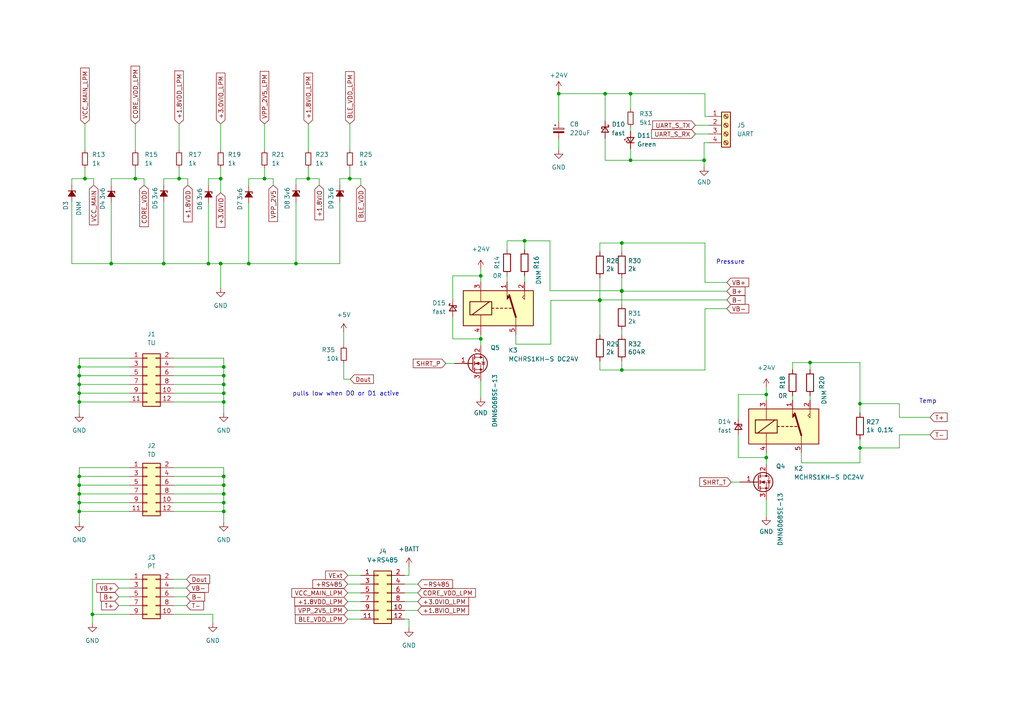
<source format=kicad_sch>
(kicad_sch (version 20231120) (generator "eeschema") (generator_version "8.0")
  (paper "A4")
  (lib_symbols
    (symbol "+24V_1" (power) (pin_numbers hide) (pin_names (offset 0) hide)
      (property "Value" "+24V" (at 0 3.556 0))
      (symbol "+24V_1_0_1"
        (polyline (pts (xy -0.762 1.27) (xy 0 2.54)))
        (polyline (pts (xy 0 0) (xy 0 2.54)))
        (polyline (pts (xy 0 2.54) (xy 0.762 1.27)))
      )
      (symbol "+24V_1_1_1"
        (pin power_in line (at 0 0 90) (length 0) (name "~") (number "1"))
      )
    )
    (symbol "Connector:Screw_Terminal_01x04" (pin_names (offset 1.016) hide)
      (property "Reference" "J" (at 0 5.08 0))
      (property "Value" "Screw_Terminal_01x04" (at 0 -7.62 0))
      (symbol "Screw_Terminal_01x04_1_1"
        (rectangle (start -1.27 3.81) (end 1.27 -6.35) (stroke (width 0.254)) (fill (type background)))
        (circle (center 0 -5.08) (radius 0.635) (stroke (width 0.1524)))
        (circle (center 0 -2.54) (radius 0.635) (stroke (width 0.1524)))
        (polyline (pts (xy -0.5334 -4.7498) (xy 0.3302 -5.588)) (stroke (width 0.1524)))
        (polyline (pts (xy -0.5334 -2.2098) (xy 0.3302 -3.048)) (stroke (width 0.1524)))
        (polyline (pts (xy -0.5334 0.3302) (xy 0.3302 -0.508)) (stroke (width 0.1524)))
        (polyline (pts (xy -0.5334 2.8702) (xy 0.3302 2.032)) (stroke (width 0.1524)))
        (polyline (pts (xy -0.3556 -4.572) (xy 0.508 -5.4102)) (stroke (width 0.1524)))
        (polyline (pts (xy -0.3556 -2.032) (xy 0.508 -2.8702)) (stroke (width 0.1524)))
        (polyline (pts (xy -0.3556 0.508) (xy 0.508 -0.3302)) (stroke (width 0.1524)))
        (polyline (pts (xy -0.3556 3.048) (xy 0.508 2.2098)) (stroke (width 0.1524)))
        (circle (center 0 0) (radius 0.635) (stroke (width 0.1524)))
        (circle (center 0 2.54) (radius 0.635) (stroke (width 0.1524)))
        (pin passive line (at -5.08 2.54 0) (length 3.81) (name "Pin_1") (number "1"))
        (pin passive line (at -5.08 0 0) (length 3.81) (name "Pin_2") (number "2"))
        (pin passive line (at -5.08 -2.54 0) (length 3.81) (name "Pin_3") (number "3"))
        (pin passive line (at -5.08 -5.08 0) (length 3.81) (name "Pin_4") (number "4"))
      )
    )
    (symbol "Connector_Generic:Conn_02x05_Odd_Even" (pin_names (offset 1.016) hide)
      (property "Reference" "J" (at 1.27 7.62 0))
      (property "Value" "Conn_02x05_Odd_Even" (at 1.27 -7.62 0))
      (symbol "Conn_02x05_Odd_Even_1_1"
        (rectangle (start -1.27 -4.953) (end 0 -5.207) (stroke (width 0.1524)))
        (rectangle (start -1.27 -2.413) (end 0 -2.667) (stroke (width 0.1524)))
        (rectangle (start -1.27 0.127) (end 0 -0.127) (stroke (width 0.1524)))
        (rectangle (start -1.27 2.667) (end 0 2.413) (stroke (width 0.1524)))
        (rectangle (start -1.27 5.207) (end 0 4.953) (stroke (width 0.1524)))
        (rectangle (start -1.27 6.35) (end 3.81 -6.35) (stroke (width 0.254)) (fill (type background)))
        (rectangle (start 3.81 -4.953) (end 2.54 -5.207) (stroke (width 0.1524)))
        (rectangle (start 3.81 -2.413) (end 2.54 -2.667) (stroke (width 0.1524)))
        (rectangle (start 3.81 0.127) (end 2.54 -0.127) (stroke (width 0.1524)))
        (rectangle (start 3.81 2.667) (end 2.54 2.413) (stroke (width 0.1524)))
        (rectangle (start 3.81 5.207) (end 2.54 4.953) (stroke (width 0.1524)))
        (pin passive line (at -5.08 5.08 0) (length 3.81) (name "Pin_1") (number "1"))
        (pin passive line (at 7.62 -5.08 180) (length 3.81) (name "Pin_10") (number "10"))
        (pin passive line (at 7.62 5.08 180) (length 3.81) (name "Pin_2") (number "2"))
        (pin passive line (at -5.08 2.54 0) (length 3.81) (name "Pin_3") (number "3"))
        (pin passive line (at 7.62 2.54 180) (length 3.81) (name "Pin_4") (number "4"))
        (pin passive line (at -5.08 0 0) (length 3.81) (name "Pin_5") (number "5"))
        (pin passive line (at 7.62 0 180) (length 3.81) (name "Pin_6") (number "6"))
        (pin passive line (at -5.08 -2.54 0) (length 3.81) (name "Pin_7") (number "7"))
        (pin passive line (at 7.62 -2.54 180) (length 3.81) (name "Pin_8") (number "8"))
        (pin passive line (at -5.08 -5.08 0) (length 3.81) (name "Pin_9") (number "9"))
      )
    )
    (symbol "Connector_Generic:Conn_02x06_Odd_Even" (pin_names (offset 1.016) hide)
      (property "Reference" "J" (at 1.27 7.62 0))
      (property "Value" "Conn_02x06_Odd_Even" (at 1.27 -10.16 0))
      (symbol "Conn_02x06_Odd_Even_1_1"
        (rectangle (start -1.27 -7.493) (end 0 -7.747) (stroke (width 0.1524)))
        (rectangle (start -1.27 -4.953) (end 0 -5.207) (stroke (width 0.1524)))
        (rectangle (start -1.27 -2.413) (end 0 -2.667) (stroke (width 0.1524)))
        (rectangle (start -1.27 0.127) (end 0 -0.127) (stroke (width 0.1524)))
        (rectangle (start -1.27 2.667) (end 0 2.413) (stroke (width 0.1524)))
        (rectangle (start -1.27 5.207) (end 0 4.953) (stroke (width 0.1524)))
        (rectangle (start -1.27 6.35) (end 3.81 -8.89) (stroke (width 0.254)) (fill (type background)))
        (rectangle (start 3.81 -7.493) (end 2.54 -7.747) (stroke (width 0.1524)))
        (rectangle (start 3.81 -4.953) (end 2.54 -5.207) (stroke (width 0.1524)))
        (rectangle (start 3.81 -2.413) (end 2.54 -2.667) (stroke (width 0.1524)))
        (rectangle (start 3.81 0.127) (end 2.54 -0.127) (stroke (width 0.1524)))
        (rectangle (start 3.81 2.667) (end 2.54 2.413) (stroke (width 0.1524)))
        (rectangle (start 3.81 5.207) (end 2.54 4.953) (stroke (width 0.1524)))
        (pin passive line (at -5.08 5.08 0) (length 3.81) (name "Pin_1") (number "1"))
        (pin passive line (at 7.62 -5.08 180) (length 3.81) (name "Pin_10") (number "10"))
        (pin passive line (at -5.08 -7.62 0) (length 3.81) (name "Pin_11") (number "11"))
        (pin passive line (at 7.62 -7.62 180) (length 3.81) (name "Pin_12") (number "12"))
        (pin passive line (at 7.62 5.08 180) (length 3.81) (name "Pin_2") (number "2"))
        (pin passive line (at -5.08 2.54 0) (length 3.81) (name "Pin_3") (number "3"))
        (pin passive line (at 7.62 2.54 180) (length 3.81) (name "Pin_4") (number "4"))
        (pin passive line (at -5.08 0 0) (length 3.81) (name "Pin_5") (number "5"))
        (pin passive line (at 7.62 0 180) (length 3.81) (name "Pin_6") (number "6"))
        (pin passive line (at -5.08 -2.54 0) (length 3.81) (name "Pin_7") (number "7"))
        (pin passive line (at 7.62 -2.54 180) (length 3.81) (name "Pin_8") (number "8"))
        (pin passive line (at -5.08 -5.08 0) (length 3.81) (name "Pin_9") (number "9"))
      )
    )
    (symbol "D_Zener_Small_Filled_1" (pin_numbers hide) (pin_names (offset 0.254) hide)
      (property "Reference" "D3" (at 2.159 -1.778 0))
      (property "Value" "DNM" (at 2.159 2.032 0))
      (symbol "D_Zener_Small_Filled_1_0_1"
        (polyline (pts (xy 0.762 0) (xy -0.762 0)))
        (polyline (pts (xy -0.254 1.016) (xy -0.762 1.016) (xy -0.762 -1.016)) (stroke (width 0.254)))
        (polyline (pts (xy 0.762 1.016) (xy -0.762 0) (xy 0.762 -1.016) (xy 0.762 1.016)) (stroke (width 0.254)) (fill (type outline)))
      )
      (symbol "D_Zener_Small_Filled_1_1_1"
        (pin passive line (at 2.54 0 180) (length 1.778) (name "A") (number "1"))
        (pin passive line (at -2.54 0 0) (length 1.778) (name "K") (number "3"))
      )
    )
    (symbol "Device:C_Polarized_Small" (pin_numbers hide) (pin_names (offset 0.254) hide)
      (property "Reference" "C" (at 0.254 1.778 0))
      (property "Value" "C_Polarized_Small" (at 0.254 -2.032 0))
      (symbol "C_Polarized_Small_0_1"
        (rectangle (start -1.524 -0.3048) (end 1.524 -0.6858) (fill (type outline)))
        (rectangle (start -1.524 0.6858) (end 1.524 0.3048))
        (polyline (pts (xy -1.27 1.524) (xy -0.762 1.524)))
        (polyline (pts (xy -1.016 1.27) (xy -1.016 1.778)))
      )
      (symbol "C_Polarized_Small_1_1"
        (pin passive line (at 0 2.54 270) (length 1.8542) (name "~") (number "1"))
        (pin passive line (at 0 -2.54 90) (length 1.8542) (name "~") (number "2"))
      )
    )
    (symbol "Device:D_Schottky_Small" (pin_numbers hide) (pin_names (offset 0.254) hide)
      (property "Reference" "D" (at -1.27 2.032 0))
      (property "Value" "D_Schottky_Small" (at -7.112 -2.032 0))
      (symbol "D_Schottky_Small_0_1"
        (polyline (pts (xy -0.762 0) (xy 0.762 0)))
        (polyline (pts (xy 0.762 -1.016) (xy -0.762 0) (xy 0.762 1.016) (xy 0.762 -1.016)) (stroke (width 0.254)))
        (polyline (pts (xy -1.27 0.762) (xy -1.27 1.016) (xy -0.762 1.016) (xy -0.762 -1.016) (xy -0.254 -1.016) (xy -0.254 -0.762)) (stroke (width 0.254)))
      )
      (symbol "D_Schottky_Small_1_1"
        (pin passive line (at -2.54 0 0) (length 1.778) (name "K") (number "1"))
        (pin passive line (at 2.54 0 180) (length 1.778) (name "A") (number "2"))
      )
    )
    (symbol "Device:LED_Small" (pin_numbers hide) (pin_names (offset 0.254) hide)
      (property "Reference" "D" (at -1.27 3.175 0))
      (property "Value" "LED_Small" (at -4.445 -2.54 0))
      (symbol "LED_Small_0_1"
        (polyline (pts (xy -0.762 -1.016) (xy -0.762 1.016)) (stroke (width 0.254)))
        (polyline (pts (xy 1.016 0) (xy -0.762 0)))
        (polyline (pts (xy 0.762 -1.016) (xy -0.762 0) (xy 0.762 1.016) (xy 0.762 -1.016)) (stroke (width 0.254)))
        (polyline (pts (xy 0 0.762) (xy -0.508 1.27) (xy -0.254 1.27) (xy -0.508 1.27) (xy -0.508 1.016)))
        (polyline (pts (xy 0.508 1.27) (xy 0 1.778) (xy 0.254 1.778) (xy 0 1.778) (xy 0 1.524)))
      )
      (symbol "LED_Small_1_1"
        (pin passive line (at -2.54 0 0) (length 1.778) (name "K") (number "1"))
        (pin passive line (at 2.54 0 180) (length 1.778) (name "A") (number "2"))
      )
    )
    (symbol "Device:R" (pin_numbers hide) (pin_names (offset 0))
      (property "Reference" "R" (at 2.032 0 90))
      (property "Value" "R" (at 0 0 90))
      (symbol "R_0_1"
        (rectangle (start -1.016 -2.54) (end 1.016 2.54) (stroke (width 0.254)))
      )
      (symbol "R_1_1"
        (pin passive line (at 0 3.81 270) (length 1.27) (name "~") (number "1"))
        (pin passive line (at 0 -3.81 90) (length 1.27) (name "~") (number "2"))
      )
    )
    (symbol "Device:R_Small" (pin_numbers hide) (pin_names (offset 0.254) hide)
      (property "Reference" "R" (at 0.762 0.508 0))
      (property "Value" "R_Small" (at 0.762 -1.016 0))
      (symbol "R_Small_0_1"
        (rectangle (start -0.762 1.778) (end 0.762 -1.778) (stroke (width 0.2032)))
      )
      (symbol "R_Small_1_1"
        (pin passive line (at 0 2.54 270) (length 0.762) (name "~") (number "1"))
        (pin passive line (at 0 -2.54 90) (length 0.762) (name "~") (number "2"))
      )
    )
    (symbol "Relay_SPDT_1"
      (property "Reference" "K3" (at 2.921 -12.192 0))
      (property "Value" "MCHRS1KH-S DC24V" (at 2.921 -14.732 0))
      (symbol "Relay_SPDT_1_0_0"
        (polyline (pts (xy 7.62 5.08) (xy 7.62 2.54) (xy 6.985 3.175) (xy 7.62 3.81)))
      )
      (symbol "Relay_SPDT_1_0_1"
        (rectangle (start -10.16 5.08) (end 10.16 -5.08) (stroke (width 0.254)) (fill (type background)))
        (rectangle (start -8.255 1.905) (end -1.905 -1.905) (stroke (width 0.254)))
        (polyline (pts (xy -7.62 -1.905) (xy -2.54 1.905)) (stroke (width 0.254)))
        (polyline (pts (xy -5.08 -5.08) (xy -5.08 -1.905)))
        (polyline (pts (xy -5.08 5.08) (xy -5.08 1.905)))
        (polyline (pts (xy -1.905 0) (xy -1.27 0)) (stroke (width 0.254)))
        (polyline (pts (xy -0.635 0) (xy 0 0)) (stroke (width 0.254)))
        (polyline (pts (xy 0.635 0) (xy 1.27 0)) (stroke (width 0.254)))
        (polyline (pts (xy 1.905 0) (xy 2.54 0)) (stroke (width 0.254)))
        (polyline (pts (xy 3.175 0) (xy 3.81 0)) (stroke (width 0.254)))
        (polyline (pts (xy 5.08 -2.54) (xy 3.175 3.81)) (stroke (width 0.508)))
        (polyline (pts (xy 5.08 -2.54) (xy 5.08 -5.08)))
        (polyline (pts (xy 2.54 5.08) (xy 2.54 2.54) (xy 3.175 3.175) (xy 2.54 3.81)) (fill (type outline)))
      )
      (symbol "Relay_SPDT_1_1_1"
        (pin passive line (at 2.54 7.62 270) (length 2.54) (name "~") (number "1"))
        (pin passive line (at 7.62 7.62 270) (length 2.54) (name "~") (number "2"))
        (pin passive line (at -5.08 7.62 270) (length 2.54) (name "") (number "3"))
        (pin passive line (at -5.08 -7.62 90) (length 2.54) (name "~") (number "4"))
        (pin passive line (at 5.08 -7.62 90) (length 2.54) (name "~") (number "5"))
      )
    )
    (symbol "Transistor_FET:BSP129" (pin_names hide)
      (property "Reference" "Q" (at 5.08 1.905 0))
      (property "Value" "BSP129" (at 5.08 0 0))
      (symbol "BSP129_0_1"
        (polyline (pts (xy 0.254 0) (xy -2.54 0)))
        (polyline (pts (xy 0.254 1.905) (xy 0.254 -1.905)) (stroke (width 0.254)))
        (polyline (pts (xy 0.762 -1.27) (xy 0.762 -2.286)) (stroke (width 0.254)))
        (polyline (pts (xy 0.762 0.508) (xy 0.762 -0.508)) (stroke (width 0.254)))
        (polyline (pts (xy 0.762 2.286) (xy 0.762 1.27)) (stroke (width 0.254)))
        (polyline (pts (xy 2.54 2.54) (xy 2.54 1.778)))
        (polyline (pts (xy 2.54 -2.54) (xy 2.54 0) (xy 0.762 0)))
        (polyline (pts (xy 0.762 -1.778) (xy 3.302 -1.778) (xy 3.302 1.778) (xy 0.762 1.778)))
        (polyline (pts (xy 1.016 0) (xy 2.032 0.381) (xy 2.032 -0.381) (xy 1.016 0)) (fill (type outline)))
        (polyline (pts (xy 2.794 0.508) (xy 2.921 0.381) (xy 3.683 0.381) (xy 3.81 0.254)))
        (polyline (pts (xy 3.302 0.381) (xy 2.921 -0.254) (xy 3.683 -0.254) (xy 3.302 0.381)))
        (circle (center 1.651 0) (radius 2.794) (stroke (width 0.254)))
        (circle (center 2.54 -1.778) (radius 0.254) (fill (type outline)))
        (circle (center 2.54 1.778) (radius 0.254) (fill (type outline)))
      )
      (symbol "BSP129_1_1"
        (pin input line (at -5.08 0 0) (length 5.08) (name "G") (number "1"))
        (pin passive line (at 2.54 5.08 270) (length 2.54) (name "D") (number "2"))
        (pin passive line (at 2.54 -5.08 90) (length 2.54) (name "S") (number "3"))
      )
    )
    (symbol "power:+24V" (power) (pin_names (offset 0))
      (property "Value" "+24V" (at 0 3.556 0))
      (symbol "+24V_0_1"
        (polyline (pts (xy -0.762 1.27) (xy 0 2.54)))
        (polyline (pts (xy 0 0) (xy 0 2.54)))
        (polyline (pts (xy 0 2.54) (xy 0.762 1.27)))
      )
      (symbol "+24V_1_1"
        (pin power_in line (at 0 0 90) (length 0) hide (name "+24V") (number "1"))
      )
    )
    (symbol "power:+5V" (power) (pin_numbers hide) (pin_names (offset 0) hide)
      (property "Value" "+5V" (at 0 3.556 0))
      (symbol "+5V_0_1"
        (polyline (pts (xy -0.762 1.27) (xy 0 2.54)))
        (polyline (pts (xy 0 0) (xy 0 2.54)))
        (polyline (pts (xy 0 2.54) (xy 0.762 1.27)))
      )
      (symbol "+5V_1_1"
        (pin power_in line (at 0 0 90) (length 0) (name "~") (number "1"))
      )
    )
    (symbol "power:+BATT" (power) (pin_names (offset 0))
      (property "Value" "+BATT" (at 0 3.556 0))
      (symbol "+BATT_0_1"
        (polyline (pts (xy -0.762 1.27) (xy 0 2.54)))
        (polyline (pts (xy 0 0) (xy 0 2.54)))
        (polyline (pts (xy 0 2.54) (xy 0.762 1.27)))
      )
      (symbol "+BATT_1_1"
        (pin power_in line (at 0 0 90) (length 0) hide (name "+BATT") (number "1"))
      )
    )
    (symbol "power:GND" (power) (pin_names (offset 0))
      (property "Value" "GND" (at 0 -3.81 0))
      (symbol "GND_0_1"
        (polyline (pts (xy 0 0) (xy 0 -1.27) (xy 1.27 -1.27) (xy 0 -2.54) (xy -1.27 -1.27) (xy 0 -1.27)))
      )
      (symbol "GND_1_1"
        (pin power_in line (at 0 0 270) (length 0) hide (name "GND") (number "1"))
      )
    )
  )
  (junction (at 234.95 105.156))
  (junction (at 182.88 27.178))
  (junction (at 175.514 27.178))
  (junction (at 64.897 114.046))
  (junction (at 64.897 138.176))
  (junction (at 64.897 111.506))
  (junction (at 64.008 51.816))
  (junction (at 180.34 70.485))
  (junction (at 101.473 51.816))
  (junction (at 162.052 27.178))
  (junction (at 22.987 140.716))
  (junction (at 47.498 76.454))
  (junction (at 64.897 108.966))
  (junction (at 180.34 84.455))
  (junction (at 222.25 132.715))
  (junction (at 180.34 84.328))
  (junction (at 39.243 51.816))
  (junction (at 204.216 46.482))
  (junction (at 60.452 76.454))
  (junction (at 22.987 111.506))
  (junction (at 22.987 138.176))
  (junction (at 72.136 76.454))
  (junction (at 249.428 117.094))
  (junction (at 22.987 108.966))
  (junction (at 249.428 129.921))
  (junction (at 222.25 114.427))
  (junction (at 173.99 86.995))
  (junction (at 22.987 106.426))
  (junction (at 64.897 106.426))
  (junction (at 152.146 69.85))
  (junction (at 64.897 145.796))
  (junction (at 76.708 51.816))
  (junction (at 180.34 107.315))
  (junction (at 64.897 140.716))
  (junction (at 22.987 116.586))
  (junction (at 24.638 51.816))
  (junction (at 89.408 51.816))
  (junction (at 22.987 145.796))
  (junction (at 22.987 148.336))
  (junction (at 139.446 98.298))
  (junction (at 64.897 148.336))
  (junction (at 22.987 143.256))
  (junction (at 139.446 80.01))
  (junction (at 22.987 114.046))
  (junction (at 85.852 76.454))
  (junction (at 64.897 143.256))
  (junction (at 51.943 51.816))
  (junction (at 182.88 46.482))
  (junction (at 173.99 87.122))
  (junction (at 26.797 178.181))
  (junction (at 64.897 116.586))
  (junction (at 32.258 76.454))
  (junction (at 64.008 76.454))
  (wire (pts (xy 22.987 114.046) (xy 22.987 116.586)))
  (wire (pts (xy 139.446 77.978) (xy 139.446 80.01)))
  (wire (pts (xy 47.498 51.816) (xy 51.943 51.816)))
  (wire (pts (xy 260.858 117.094) (xy 249.428 117.094)))
  (wire (pts (xy 60.452 51.816) (xy 64.008 51.816)))
  (wire (pts (xy 175.514 40.132) (xy 175.514 46.482)))
  (wire (pts (xy 222.25 144.907) (xy 222.25 149.733)))
  (wire (pts (xy 24.638 48.641) (xy 24.638 51.816)))
  (wire (pts (xy 182.88 46.482) (xy 204.216 46.482)))
  (wire (pts (xy 101.473 48.641) (xy 101.473 51.816)))
  (wire (pts (xy 139.446 100.33) (xy 139.446 98.298)))
  (wire (pts (xy 61.722 178.181) (xy 50.292 178.181)))
  (wire (pts (xy 180.34 95.885) (xy 180.34 97.155)))
  (wire (pts (xy 39.243 48.641) (xy 39.243 51.816)))
  (wire (pts (xy 232.41 134.239) (xy 249.428 134.239)))
  (wire (pts (xy 98.552 58.674) (xy 98.552 76.454)))
  (wire (pts (xy 180.34 70.485) (xy 204.47 70.485)))
  (wire (pts (xy 22.987 143.256) (xy 37.592 143.256)))
  (wire (pts (xy 222.25 132.715) (xy 222.25 131.318)))
  (wire (pts (xy 50.292 143.256) (xy 64.897 143.256)))
  (wire (pts (xy 47.498 58.674) (xy 47.498 76.454)))
  (wire (pts (xy 249.428 117.094) (xy 249.428 105.156)))
  (wire (pts (xy 64.897 148.336) (xy 50.292 148.336)))
  (wire (pts (xy 34.417 175.641) (xy 37.592 175.641)))
  (wire (pts (xy 260.858 121.031) (xy 269.748 121.031)))
  (wire (pts (xy 180.34 107.315) (xy 204.47 107.315)))
  (wire (pts (xy 60.452 53.848) (xy 60.452 51.816)))
  (wire (pts (xy 152.146 69.85) (xy 159.512 69.85)))
  (wire (pts (xy 64.897 135.636) (xy 64.897 138.176)))
  (wire (pts (xy 64.008 48.641) (xy 64.008 51.816)))
  (wire (pts (xy 182.88 27.178) (xy 182.88 31.75)))
  (wire (pts (xy 64.897 111.506) (xy 64.897 114.046)))
  (wire (pts (xy 201.676 36.322) (xy 205.486 36.322)))
  (wire (pts (xy 72.136 51.816) (xy 76.708 51.816)))
  (wire (pts (xy 50.292 175.641) (xy 54.102 175.641)))
  (wire (pts (xy 50.292 140.716) (xy 64.897 140.716)))
  (wire (pts (xy 98.552 51.816) (xy 98.552 53.594)))
  (wire (pts (xy 64.008 76.454) (xy 72.136 76.454)))
  (wire (pts (xy 32.258 53.721) (xy 32.258 51.816)))
  (wire (pts (xy 22.987 111.506) (xy 37.592 111.506)))
  (wire (pts (xy 22.987 116.586) (xy 37.592 116.586)))
  (wire (pts (xy 22.987 138.176) (xy 22.987 140.716)))
  (wire (pts (xy 85.852 58.674) (xy 85.852 76.454)))
  (wire (pts (xy 22.987 106.426) (xy 37.592 106.426)))
  (wire (pts (xy 131.826 105.41) (xy 129.286 105.41)))
  (wire (pts (xy 54.483 51.816) (xy 51.943 51.816)))
  (wire (pts (xy 26.797 178.181) (xy 37.592 178.181)))
  (wire (pts (xy 173.99 86.995) (xy 173.99 87.122)))
  (wire (pts (xy 222.25 132.715) (xy 214.122 132.715)))
  (wire (pts (xy 27.178 53.721) (xy 27.178 51.816)))
  (wire (pts (xy 22.987 135.636) (xy 22.987 138.176)))
  (wire (pts (xy 180.34 84.455) (xy 210.82 84.455)))
  (wire (pts (xy 47.498 51.816) (xy 47.498 53.594)))
  (wire (pts (xy 147.066 72.39) (xy 147.066 69.85)))
  (wire (pts (xy 204.47 107.315) (xy 204.47 89.535)))
  (wire (pts (xy 98.552 51.816) (xy 101.473 51.816)))
  (wire (pts (xy 260.858 129.921) (xy 249.428 129.921)))
  (wire (pts (xy 26.797 178.181) (xy 26.797 180.721)))
  (wire (pts (xy 32.258 76.454) (xy 47.498 76.454)))
  (wire (pts (xy 20.828 58.674) (xy 20.828 76.454)))
  (wire (pts (xy 76.708 35.941) (xy 76.708 43.561)))
  (wire (pts (xy 79.248 51.816) (xy 76.708 51.816)))
  (wire (pts (xy 47.498 76.454) (xy 60.452 76.454)))
  (wire (pts (xy 204.216 46.482) (xy 204.216 48.387)))
  (wire (pts (xy 162.052 40.386) (xy 162.052 43.434)))
  (wire (pts (xy 152.146 80.01) (xy 152.146 81.788)))
  (wire (pts (xy 20.828 53.594) (xy 20.828 51.816)))
  (wire (pts (xy 64.897 106.426) (xy 64.897 108.966)))
  (wire (pts (xy 222.25 114.427) (xy 214.122 114.427)))
  (wire (pts (xy 64.008 76.454) (xy 64.008 83.566)))
  (wire (pts (xy 204.47 81.915) (xy 210.82 81.915)))
  (wire (pts (xy 139.446 80.01) (xy 139.446 81.788)))
  (wire (pts (xy 85.852 53.594) (xy 85.852 51.816)))
  (wire (pts (xy 22.987 106.426) (xy 22.987 108.966)))
  (wire (pts (xy 85.852 51.816) (xy 89.408 51.816)))
  (wire (pts (xy 205.486 33.782) (xy 204.47 33.782)))
  (wire (pts (xy 173.99 87.122) (xy 173.99 97.155)))
  (wire (pts (xy 260.858 121.031) (xy 260.858 117.094)))
  (wire (pts (xy 100.838 179.578) (xy 104.648 179.578)))
  (wire (pts (xy 34.417 170.561) (xy 37.592 170.561)))
  (wire (pts (xy 147.066 80.01) (xy 147.066 81.788)))
  (wire (pts (xy 50.292 173.101) (xy 54.102 173.101)))
  (wire (pts (xy 37.592 135.636) (xy 22.987 135.636)))
  (wire (pts (xy 118.618 166.878) (xy 117.348 166.878)))
  (wire (pts (xy 50.292 111.506) (xy 64.897 111.506)))
  (wire (pts (xy 89.408 48.641) (xy 89.408 51.816)))
  (wire (pts (xy 180.34 84.328) (xy 180.34 84.455)))
  (wire (pts (xy 64.897 145.796) (xy 64.897 148.336)))
  (wire (pts (xy 147.066 69.85) (xy 152.146 69.85)))
  (wire (pts (xy 64.897 148.336) (xy 64.897 151.511)))
  (wire (pts (xy 32.258 51.816) (xy 39.243 51.816)))
  (wire (pts (xy 92.583 53.721) (xy 92.583 51.816)))
  (wire (pts (xy 22.987 148.336) (xy 37.592 148.336)))
  (wire (pts (xy 182.88 38.1) (xy 182.88 36.83)))
  (wire (pts (xy 64.897 116.586) (xy 50.292 116.586)))
  (wire (pts (xy 139.446 110.49) (xy 139.446 115.316)))
  (wire (pts (xy 118.618 179.578) (xy 118.618 182.118)))
  (wire (pts (xy 204.47 89.535) (xy 210.82 89.535)))
  (wire (pts (xy 180.34 80.645) (xy 180.34 84.328)))
  (wire (pts (xy 100.838 174.498) (xy 104.648 174.498)))
  (wire (pts (xy 229.87 105.156) (xy 234.95 105.156)))
  (wire (pts (xy 180.34 84.455) (xy 180.34 88.265)))
  (wire (pts (xy 204.47 70.485) (xy 204.47 81.915)))
  (wire (pts (xy 60.452 58.928) (xy 60.452 76.454)))
  (wire (pts (xy 100.838 166.878) (xy 104.648 166.878)))
  (wire (pts (xy 139.446 98.298) (xy 131.318 98.298)))
  (wire (pts (xy 159.512 69.85) (xy 159.512 84.328)))
  (wire (pts (xy 149.606 97.028) (xy 149.606 99.822)))
  (wire (pts (xy 173.99 107.315) (xy 173.99 104.775)))
  (wire (pts (xy 64.897 140.716) (xy 64.897 143.256)))
  (wire (pts (xy 20.828 51.816) (xy 24.638 51.816)))
  (wire (pts (xy 131.318 91.948) (xy 131.318 98.298)))
  (wire (pts (xy 22.987 111.506) (xy 22.987 114.046)))
  (wire (pts (xy 104.648 51.816) (xy 101.473 51.816)))
  (wire (pts (xy 50.292 135.636) (xy 64.897 135.636)))
  (wire (pts (xy 117.348 179.578) (xy 118.618 179.578)))
  (wire (pts (xy 180.34 107.315) (xy 173.99 107.315)))
  (wire (pts (xy 249.428 134.239) (xy 249.428 129.921)))
  (wire (pts (xy 34.417 173.101) (xy 37.592 173.101)))
  (wire (pts (xy 72.136 76.454) (xy 85.852 76.454)))
  (wire (pts (xy 76.708 48.641) (xy 76.708 51.816)))
  (wire (pts (xy 72.136 53.848) (xy 72.136 51.816)))
  (wire (pts (xy 51.943 35.941) (xy 51.943 43.561)))
  (wire (pts (xy 92.583 51.816) (xy 89.408 51.816)))
  (wire (pts (xy 180.34 70.485) (xy 180.34 73.025)))
  (wire (pts (xy 50.292 168.021) (xy 54.102 168.021)))
  (wire (pts (xy 100.838 169.418) (xy 104.648 169.418)))
  (wire (pts (xy 139.446 80.01) (xy 131.318 80.01)))
  (wire (pts (xy 131.318 86.868) (xy 131.318 80.01)))
  (wire (pts (xy 222.25 114.427) (xy 222.25 116.078)))
  (wire (pts (xy 149.606 99.822) (xy 159.766 99.822)))
  (wire (pts (xy 222.25 134.747) (xy 222.25 132.715)))
  (wire (pts (xy 54.483 53.721) (xy 54.483 51.816)))
  (wire (pts (xy 64.897 108.966) (xy 64.897 111.506)))
  (wire (pts (xy 32.258 58.801) (xy 32.258 76.454)))
  (wire (pts (xy 41.783 53.721) (xy 41.783 51.816)))
  (wire (pts (xy 79.248 53.721) (xy 79.248 51.816)))
  (wire (pts (xy 50.292 106.426) (xy 64.897 106.426)))
  (wire (pts (xy 37.592 168.021) (xy 26.797 168.021)))
  (wire (pts (xy 229.87 114.808) (xy 229.87 116.078)))
  (wire (pts (xy 101.473 35.941) (xy 101.473 43.561)))
  (wire (pts (xy 64.897 103.886) (xy 64.897 106.426)))
  (wire (pts (xy 22.987 145.796) (xy 22.987 148.336)))
  (wire (pts (xy 229.87 107.188) (xy 229.87 105.156)))
  (wire (pts (xy 249.428 117.094) (xy 249.428 119.761)))
  (wire (pts (xy 22.987 114.046) (xy 37.592 114.046)))
  (wire (pts (xy 214.122 126.365) (xy 214.122 132.715)))
  (wire (pts (xy 162.052 27.178) (xy 162.052 35.306)))
  (wire (pts (xy 204.216 41.402) (xy 204.216 46.482)))
  (wire (pts (xy 159.766 99.822) (xy 159.766 87.122)))
  (wire (pts (xy 39.243 51.816) (xy 41.783 51.816)))
  (wire (pts (xy 117.348 171.958) (xy 121.158 171.958)))
  (wire (pts (xy 173.99 86.995) (xy 210.82 86.995)))
  (wire (pts (xy 182.88 27.178) (xy 204.47 27.178)))
  (wire (pts (xy 175.514 27.178) (xy 162.052 27.178)))
  (wire (pts (xy 22.987 108.966) (xy 37.592 108.966)))
  (wire (pts (xy 180.34 104.775) (xy 180.34 107.315)))
  (wire (pts (xy 175.514 27.178) (xy 175.514 35.052)))
  (wire (pts (xy 201.676 38.862) (xy 205.486 38.862)))
  (wire (pts (xy 50.292 108.966) (xy 64.897 108.966)))
  (wire (pts (xy 214.122 121.285) (xy 214.122 114.427)))
  (wire (pts (xy 22.987 140.716) (xy 37.592 140.716)))
  (wire (pts (xy 50.292 138.176) (xy 64.897 138.176)))
  (wire (pts (xy 20.828 76.454) (xy 32.258 76.454)))
  (wire (pts (xy 64.008 35.941) (xy 64.008 43.561)))
  (wire (pts (xy 173.99 73.025) (xy 173.99 70.485)))
  (wire (pts (xy 118.618 164.338) (xy 118.618 166.878)))
  (wire (pts (xy 64.897 114.046) (xy 64.897 116.586)))
  (wire (pts (xy 24.638 35.941) (xy 24.638 43.561)))
  (wire (pts (xy 99.695 96.393) (xy 99.695 100.203)))
  (wire (pts (xy 100.838 177.038) (xy 104.648 177.038)))
  (wire (pts (xy 64.897 143.256) (xy 64.897 145.796)))
  (wire (pts (xy 22.987 140.716) (xy 22.987 143.256)))
  (wire (pts (xy 173.99 70.485) (xy 180.34 70.485)))
  (wire (pts (xy 249.428 129.921) (xy 249.428 127.381)))
  (wire (pts (xy 104.648 53.721) (xy 104.648 51.816)))
  (wire (pts (xy 61.722 178.181) (xy 61.722 180.721)))
  (wire (pts (xy 139.446 98.298) (xy 139.446 97.028)))
  (wire (pts (xy 175.514 46.482) (xy 182.88 46.482)))
  (wire (pts (xy 234.95 105.156) (xy 234.95 107.188)))
  (wire (pts (xy 99.695 109.982) (xy 101.6 109.982)))
  (wire (pts (xy 64.897 116.586) (xy 64.897 119.761)))
  (wire (pts (xy 64.008 51.816) (xy 64.008 55.88)))
  (wire (pts (xy 22.987 138.176) (xy 37.592 138.176)))
  (wire (pts (xy 214.63 139.827) (xy 212.09 139.827)))
  (wire (pts (xy 260.858 126.111) (xy 260.858 129.921)))
  (wire (pts (xy 175.514 27.178) (xy 182.88 27.178)))
  (wire (pts (xy 22.987 143.256) (xy 22.987 145.796)))
  (wire (pts (xy 205.486 41.402) (xy 204.216 41.402)))
  (wire (pts (xy 37.592 103.886) (xy 22.987 103.886)))
  (wire (pts (xy 39.243 35.941) (xy 39.243 43.561)))
  (wire (pts (xy 152.146 69.85) (xy 152.146 72.39)))
  (wire (pts (xy 22.987 108.966) (xy 22.987 111.506)))
  (wire (pts (xy 182.88 43.18) (xy 182.88 46.482)))
  (wire (pts (xy 260.858 126.111) (xy 269.748 126.111)))
  (wire (pts (xy 117.348 174.498) (xy 121.158 174.498)))
  (wire (pts (xy 100.838 171.958) (xy 104.648 171.958)))
  (wire (pts (xy 89.408 35.941) (xy 89.408 43.561)))
  (wire (pts (xy 162.052 26.162) (xy 162.052 27.178)))
  (wire (pts (xy 50.292 103.886) (xy 64.897 103.886)))
  (wire (pts (xy 22.987 145.796) (xy 37.592 145.796)))
  (wire (pts (xy 22.987 103.886) (xy 22.987 106.426)))
  (wire (pts (xy 60.452 76.454) (xy 64.008 76.454)))
  (wire (pts (xy 234.95 114.808) (xy 234.95 116.078)))
  (wire (pts (xy 204.47 27.178) (xy 204.47 33.782)))
  (wire (pts (xy 159.512 84.328) (xy 180.34 84.328)))
  (wire (pts (xy 117.348 169.418) (xy 121.158 169.418)))
  (wire (pts (xy 27.178 51.816) (xy 24.638 51.816)))
  (wire (pts (xy 50.292 114.046) (xy 64.897 114.046)))
  (wire (pts (xy 50.292 170.561) (xy 54.102 170.561)))
  (wire (pts (xy 26.797 168.021) (xy 26.797 178.181)))
  (wire (pts (xy 173.99 80.645) (xy 173.99 86.995)))
  (wire (pts (xy 222.25 112.395) (xy 222.25 114.427)))
  (wire (pts (xy 72.136 58.928) (xy 72.136 76.454)))
  (wire (pts (xy 159.766 87.122) (xy 173.99 87.122)))
  (wire (pts (xy 117.348 177.038) (xy 121.158 177.038)))
  (wire (pts (xy 22.987 148.336) (xy 22.987 151.511)))
  (wire (pts (xy 50.292 145.796) (xy 64.897 145.796)))
  (wire (pts (xy 234.95 105.156) (xy 249.428 105.156)))
  (wire (pts (xy 85.852 76.454) (xy 98.552 76.454)))
  (wire (pts (xy 22.987 116.586) (xy 22.987 119.761)))
  (wire (pts (xy 51.943 48.641) (xy 51.943 51.816)))
  (wire (pts (xy 232.41 131.318) (xy 232.41 134.239)))
  (wire (pts (xy 99.695 105.283) (xy 99.695 109.982)))
  (wire (pts (xy 64.897 138.176) (xy 64.897 140.716)))
  (text "pulls low when D0 or D1 active" (at 100.33 114.3 0) (effects (font (size 1.27 1.27))))
  (text "Temp\n" (at 266.573 117.221 0) (effects (font (size 1.27 1.27)) (justify left bottom)))
  (text "Pressure\n" (at 207.645 76.835 0) (effects (font (size 1.27 1.27)) (justify left bottom)))
  (global_label "UART_S_TX" (shape input) (at 201.676 36.322 180) (property "Intersheetrefs" "${INTERSHEET_REFS}" (effects (hide yes))))
  (global_label "VCC_MAIN" (shape input) (at 27.178 53.721 270) (property "Intersheetrefs" "${INTERSHEET_REFS}" (effects (hide yes))))
  (global_label "SHRT_P" (shape input) (at 129.286 105.41 180) (property "Intersheetrefs" "${INTERSHEET_REFS}" (effects (hide yes))))
  (global_label "+3.0VIO" (shape input) (at 64.008 55.88 270) (property "Intersheetrefs" "${INTERSHEET_REFS}" (effects (hide yes))))
  (global_label "B+" (shape input) (at 210.82 84.455 0) (property "Intersheetrefs" "${INTERSHEET_REFS}" (effects (hide yes))))
  (global_label "VB+" (shape input) (at 34.417 170.561 180) (property "Intersheetrefs" "${INTERSHEET_REFS}" (effects (hide yes))))
  (global_label "-RS485" (shape input) (at 121.158 169.418 0) (property "Intersheetrefs" "${INTERSHEET_REFS}" (effects (hide yes))))
  (global_label "CORE_VDD_LPM" (shape input) (at 121.158 171.958 0) (property "Intersheetrefs" "${INTERSHEET_REFS}" (effects (hide yes))))
  (global_label "VPP_2V5_LPM" (shape input) (at 76.708 35.941 90) (property "Intersheetrefs" "${INTERSHEET_REFS}" (effects (hide yes))))
  (global_label "T+" (shape input) (at 269.748 121.031 0) (property "Intersheetrefs" "${INTERSHEET_REFS}" (effects (hide yes))))
  (global_label "BLE_VDD_LPM" (shape input) (at 100.838 179.578 180) (property "Intersheetrefs" "${INTERSHEET_REFS}" (effects (hide yes))))
  (global_label "BLE_VDD_LPM" (shape input) (at 101.473 35.941 90) (property "Intersheetrefs" "${INTERSHEET_REFS}" (effects (hide yes))))
  (global_label "T+" (shape input) (at 34.417 175.641 180) (property "Intersheetrefs" "${INTERSHEET_REFS}" (effects (hide yes))))
  (global_label "+3.0VIO_LPM" (shape input) (at 121.158 174.498 0) (property "Intersheetrefs" "${INTERSHEET_REFS}" (effects (hide yes))))
  (global_label "SHRT_T" (shape input) (at 212.09 139.827 180) (property "Intersheetrefs" "${INTERSHEET_REFS}" (effects (hide yes))))
  (global_label "B-" (shape input) (at 210.82 86.995 0) (property "Intersheetrefs" "${INTERSHEET_REFS}" (effects (hide yes))))
  (global_label "T-" (shape input) (at 269.748 126.111 0) (property "Intersheetrefs" "${INTERSHEET_REFS}" (effects (hide yes))))
  (global_label "VPP_2V5_LPM" (shape input) (at 100.838 177.038 180) (property "Intersheetrefs" "${INTERSHEET_REFS}" (effects (hide yes))))
  (global_label "VB+" (shape input) (at 210.82 81.915 0) (property "Intersheetrefs" "${INTERSHEET_REFS}" (effects (hide yes))))
  (global_label "Dout" (shape input) (at 101.6 109.982 0) (property "Intersheetrefs" "${INTERSHEET_REFS}" (effects (hide yes))))
  (global_label "UART_S_RX" (shape input) (at 201.676 38.862 180) (property "Intersheetrefs" "${INTERSHEET_REFS}" (effects (hide yes))))
  (global_label "VCC_MAIN_LPM" (shape input) (at 24.638 35.941 90) (property "Intersheetrefs" "${INTERSHEET_REFS}" (effects (hide yes))))
  (global_label "+1.8VIO" (shape input) (at 92.583 53.721 270) (property "Intersheetrefs" "${INTERSHEET_REFS}" (effects (hide yes))))
  (global_label "+3.0VIO_LPM" (shape input) (at 64.008 35.941 90) (property "Intersheetrefs" "${INTERSHEET_REFS}" (effects (hide yes))))
  (global_label "+1.8VDD_LPM" (shape input) (at 51.943 35.941 90) (property "Intersheetrefs" "${INTERSHEET_REFS}" (effects (hide yes))))
  (global_label "B+" (shape input) (at 34.417 173.101 180) (property "Intersheetrefs" "${INTERSHEET_REFS}" (effects (hide yes))))
  (global_label "Dout" (shape input) (at 54.102 168.021 0) (property "Intersheetrefs" "${INTERSHEET_REFS}" (effects (hide yes))))
  (global_label "T-" (shape input) (at 54.102 175.641 0) (property "Intersheetrefs" "${INTERSHEET_REFS}" (effects (hide yes))))
  (global_label "+1.8VIO_LPM" (shape input) (at 121.158 177.038 0) (property "Intersheetrefs" "${INTERSHEET_REFS}" (effects (hide yes))))
  (global_label "VB-" (shape input) (at 210.82 89.535 0) (property "Intersheetrefs" "${INTERSHEET_REFS}" (effects (hide yes))))
  (global_label "+RS485" (shape input) (at 100.838 169.418 180) (property "Intersheetrefs" "${INTERSHEET_REFS}" (effects (hide yes))))
  (global_label "VPP_2V5" (shape input) (at 79.248 53.721 270) (property "Intersheetrefs" "${INTERSHEET_REFS}" (effects (hide yes))))
  (global_label "+1.8VIO_LPM" (shape input) (at 89.408 35.941 90) (property "Intersheetrefs" "${INTERSHEET_REFS}" (effects (hide yes))))
  (global_label "CORE_VDD_LPM" (shape input) (at 39.243 35.941 90) (property "Intersheetrefs" "${INTERSHEET_REFS}" (effects (hide yes))))
  (global_label "+1.8VDD_LPM" (shape input) (at 100.838 174.498 180) (property "Intersheetrefs" "${INTERSHEET_REFS}" (effects (hide yes))))
  (global_label "VB-" (shape input) (at 54.102 170.561 0) (property "Intersheetrefs" "${INTERSHEET_REFS}" (effects (hide yes))))
  (global_label "VCC_MAIN_LPM" (shape input) (at 100.838 171.958 180) (property "Intersheetrefs" "${INTERSHEET_REFS}" (effects (hide yes))))
  (global_label "BLE_VDD" (shape input) (at 104.648 53.721 270) (property "Intersheetrefs" "${INTERSHEET_REFS}" (effects (hide yes))))
  (global_label "CORE_VDD" (shape input) (at 41.783 53.721 270) (property "Intersheetrefs" "${INTERSHEET_REFS}" (effects (hide yes))))
  (global_label "VExt" (shape input) (at 100.838 166.878 180) (property "Intersheetrefs" "${INTERSHEET_REFS}" (effects (hide yes))))
  (global_label "B-" (shape input) (at 54.102 173.101 0) (property "Intersheetrefs" "${INTERSHEET_REFS}" (effects (hide yes))))
  (global_label "+1.8VDD" (shape input) (at 54.483 53.721 270) (property "Intersheetrefs" "${INTERSHEET_REFS}" (effects (hide yes))))
  (symbol (lib_id "power:GND") (at 22.987 119.761 0) (unit 1)
    (property "Reference" "#PWR020" (effects (hide yes)))
    (property "Value" "GND" (at 22.987 124.841 0))
    (instances (project "TestBoardArduino" (path "" (reference "#PWR020") (unit 1))) (project "test_board_boost" (path "" (reference "#PWR0128") (unit 1))))
  )
  (symbol (lib_id "Device:D_Schottky_Small") (at 175.514 37.592 270) (unit 1)
    (property "Reference" "D10" (at 177.419 36.0679 90) (effects (justify left)))
    (property "Value" "fast" (at 177.419 38.6079 90) (effects (justify left)))
    (property "Footprint" "Diode_SMD:D_SOD-128" (effects (hide yes)))
    (property "Farnell" "1829204" (effects (hide yes)))
    (instances (project "TestBoardArduino" (path "" (reference "D10") (unit 1))) (project "test_board_boost" (path "" (reference "D15") (unit 1))))
  )
  (symbol (lib_id "Device:R_Small") (at 64.008 46.101 0) (unit 1)
    (property "Reference" "R19" (at 66.04 44.8309 0) (effects (justify left)))
    (property "Value" "1k" (at 66.04 47.3709 0) (effects (justify left)))
    (property "Footprint" "Resistor_SMD:R_0805_2012Metric_Pad1.20x1.40mm_HandSolder" (effects (hide yes)))
    (instances (project "TestBoardArduino" (path "" (reference "R19") (unit 1))) (project "test_board_boost" (path "" (reference "R38") (unit 1))))
  )
  (symbol (lib_id "power:GND") (at 162.052 43.434 0) (unit 1)
    (property "Reference" "#PWR033" (effects (hide yes)))
    (property "Value" "GND" (at 162.052 48.514 0))
  )
  (symbol (lib_id "power:GND") (at 61.722 180.721 0) (unit 1)
    (property "Reference" "#PWR023" (effects (hide yes)))
    (property "Value" "GND" (at 61.722 185.801 0))
    (instances (project "TestBoardArduino" (path "" (reference "#PWR023") (unit 1))) (project "test_board_boost" (path "" (reference "#PWR0131") (unit 1))))
  )
  (symbol (lib_id "Transistor_FET:BSP129") (at 219.71 139.827 0) (unit 1)
    (property "Reference" "Q4" (at 225.044 135.255 0) (effects (justify left)))
    (property "Value" "DMN6068SE-13" (at 226.314 158.369 90) (effects (justify left)))
    (property "Footprint" "Package_TO_SOT_SMD:SOT-223-3_TabPin2" (effects (hide yes)))
    (property "Datasheet" "https://www.infineon.com/dgdl/Infineon-BSP129-DS-v01_42-en.pdf?fileId=db3a30433c1a8752013c1fc296d2395f" (effects (hide yes)))
    (property "Description" "0.35A Id, 240V Vds, N-Channel MOSFET, SOT-223" (effects (hide yes)))
  )
  (symbol (lib_id "power:+24V") (at 222.25 112.395 0) (mirror y) (unit 1)
    (property "Reference" "#PWR031" (effects (hide yes)))
    (property "Value" "+24V" (at 222.25 106.68 0))
  )
  (symbol (lib_id "Device:R") (at 180.34 92.075 0) (unit 1)
    (property "Reference" "R31" (at 182.118 90.9066 0) (effects (justify left)))
    (property "Value" "2k" (at 182.118 93.218 0) (effects (justify left)))
    (property "Footprint" "Resistor_SMD:R_0805_2012Metric_Pad1.20x1.40mm_HandSolder" (effects (hide yes)))
    (instances (project "TestBoardArduino" (path "" (reference "R31") (unit 1))) (project "test_board_boost" (path "" (reference "R50") (unit 1))))
  )
  (symbol (lib_id "Device:R") (at 147.066 76.2 0) (unit 1)
    (property "Reference" "R14" (at 144.145 78.105 90) (effects (justify left)))
    (property "Value" "0R" (at 142.875 80.01 0) (effects (justify left)))
    (property "Footprint" "Resistor_SMD:R_0805_2012Metric_Pad1.20x1.40mm_HandSolder" (effects (hide yes)))
  )
  (symbol (lib_id "power:+BATT") (at 118.618 164.338 0) (unit 1)
    (property "Reference" "#PWR027" (effects (hide yes)))
    (property "Value" "+BATT" (at 118.618 159.258 0))
    (instances (project "TestBoardArduino" (path "" (reference "#PWR027") (unit 1))) (project "test_board_boost" (path "" (reference "#PWR0142") (unit 1))))
  )
  (symbol (lib_id "power:GND") (at 64.897 119.761 0) (unit 1)
    (property "Reference" "#PWR024" (effects (hide yes)))
    (property "Value" "GND" (at 64.897 124.841 0))
    (instances (project "TestBoardArduino" (path "" (reference "#PWR024") (unit 1))) (project "test_board_boost" (path "" (reference "#PWR0133") (unit 1))))
  )
  (symbol (lib_id "Device:R_Small") (at 24.638 46.101 0) (unit 1)
    (property "Reference" "R13" (at 26.67 44.8309 0) (effects (justify left)))
    (property "Value" "1k" (at 26.67 47.3709 0) (effects (justify left)))
    (property "Footprint" "Resistor_SMD:R_0805_2012Metric_Pad1.20x1.40mm_HandSolder" (effects (hide yes)))
    (instances (project "TestBoardArduino" (path "" (reference "R13") (unit 1))) (project "test_board_boost" (path "" (reference "R32") (unit 1))))
  )
  (symbol (lib_id "power:GND") (at 64.008 83.566 0) (unit 1)
    (property "Reference" "#PWR019" (effects (hide yes)))
    (property "Value" "GND" (at 64.008 88.646 0))
    (instances (project "TestBoardArduino" (path "" (reference "#PWR019") (unit 1))) (project "test_board_boost" (path "" (reference "#PWR0127") (unit 1))))
  )
  (symbol (lib_id "Device:R_Small") (at 101.473 46.101 0) (unit 1)
    (property "Reference" "R25" (at 104.14 44.8309 0) (effects (justify left)))
    (property "Value" "1k" (at 104.14 47.3709 0) (effects (justify left)))
    (property "Footprint" "Resistor_SMD:R_0805_2012Metric_Pad1.20x1.40mm_HandSolder" (effects (hide yes)))
    (instances (project "TestBoardArduino" (path "" (reference "R25") (unit 1))) (project "test_board_boost" (path "" (reference "R44") (unit 1))))
  )
  (symbol (lib_id "power:GND") (at 139.446 115.316 0) (mirror y) (unit 1)
    (property "Reference" "#PWR047" (effects (hide yes)))
    (property "Value" "GND" (at 139.446 119.761 0))
  )
  (symbol (lib_id "power:GND") (at 26.797 180.721 0) (unit 1)
    (property "Reference" "#PWR022" (effects (hide yes)))
    (property "Value" "GND" (at 26.797 185.801 0))
    (instances (project "TestBoardArduino" (path "" (reference "#PWR022") (unit 1))) (project "test_board_boost" (path "" (reference "#PWR0132") (unit 1))))
  )
  (symbol (lib_id "Device:R_Small") (at 99.695 102.743 0) (unit 1)
    (property "Reference" "R35" (at 95.25 101.473 0))
    (property "Value" "10k" (at 96.52 104.013 0))
    (property "Footprint" "Resistor_SMD:R_0805_2012Metric_Pad1.20x1.40mm_HandSolder" (effects (hide yes)))
  )
  (symbol (lib_id "Device:D_Schottky_Small") (at 131.318 89.408 90) (mirror x) (unit 1)
    (property "Reference" "D15" (at 129.286 87.8839 90) (effects (justify left)))
    (property "Value" "fast" (at 129.286 90.4239 90) (effects (justify left)))
    (property "Footprint" "Diode_SMD:D_SOD-128" (effects (hide yes)))
    (property "Farnell" "1829204" (effects (hide yes)))
  )
  (symbol (lib_name "D_Zener_Small_Filled_1") (lib_id "Device:D_Zener_Small_Filled") (at 60.452 56.388 270) (unit 1)
    (property "Reference" "D6" (at 57.912 58.293 0) (effects (justify left)))
    (property "Value" "3v6" (at 57.912 54.483 0) (effects (justify left)))
    (property "Footprint" "Package_TO_SOT_SMD:SOT-23" (effects (hide yes)))
    (property "Farnell" "1902466" (effects (hide yes)))
  )
  (symbol (lib_id "power:GND") (at 64.897 151.511 0) (unit 1)
    (property "Reference" "#PWR025" (effects (hide yes)))
    (property "Value" "GND" (at 64.897 156.591 0))
    (instances (project "TestBoardArduino" (path "" (reference "#PWR025") (unit 1))) (project "test_board_boost" (path "" (reference "#PWR0130") (unit 1))))
  )
  (symbol (lib_id "Device:R") (at 173.99 100.965 0) (unit 1)
    (property "Reference" "R29" (at 175.768 99.7966 0) (effects (justify left)))
    (property "Value" "2k" (at 175.768 102.108 0) (effects (justify left)))
    (property "Footprint" "Resistor_SMD:R_0805_2012Metric_Pad1.20x1.40mm_HandSolder" (effects (hide yes)))
    (instances (project "TestBoardArduino" (path "" (reference "R29") (unit 1))) (project "test_board_boost" (path "" (reference "R48") (unit 1))))
  )
  (symbol (lib_id "Connector_Generic:Conn_02x06_Odd_Even") (at 42.672 140.716 0) (unit 1)
    (property "Reference" "J2" (at 43.942 129.286 0))
    (property "Value" "TD" (at 43.942 131.826 0))
    (property "Footprint" "Connector_PinHeader_2.54mm:PinHeader_2x06_P2.54mm_Vertical" (effects (hide yes)))
    (instances (project "TestBoardArduino" (path "" (reference "J2") (unit 1))) (project "test_board_boost" (path "" (reference "J10") (unit 1))))
  )
  (symbol (lib_id "Device:R") (at 152.146 76.2 0) (unit 1)
    (property "Reference" "R16" (at 155.575 78.105 90) (effects (justify left)))
    (property "Value" "DNM" (at 156.21 82.55 90) (effects (justify left)))
    (property "Footprint" "Resistor_SMD:R_0805_2012Metric_Pad1.20x1.40mm_HandSolder" (effects (hide yes)))
  )
  (symbol (lib_id "Device:R_Small") (at 39.243 46.101 0) (unit 1)
    (property "Reference" "R15" (at 41.91 44.8309 0) (effects (justify left)))
    (property "Value" "1k" (at 41.91 47.3709 0) (effects (justify left)))
    (property "Footprint" "Resistor_SMD:R_0805_2012Metric_Pad1.20x1.40mm_HandSolder" (effects (hide yes)))
    (instances (project "TestBoardArduino" (path "" (reference "R15") (unit 1))) (project "test_board_boost" (path "" (reference "R34") (unit 1))))
  )
  (symbol (lib_id "Connector_Generic:Conn_02x05_Odd_Even") (at 42.672 173.101 0) (unit 1)
    (property "Reference" "J3" (at 43.942 161.671 0))
    (property "Value" "PT" (at 43.942 164.211 0))
    (property "Footprint" "Connector_PinHeader_2.54mm:PinHeader_2x05_P2.54mm_Vertical" (effects (hide yes)))
    (instances (project "TestBoardArduino" (path "" (reference "J3") (unit 1))) (project "test_board_boost" (path "" (reference "J11") (unit 1))))
  )
  (symbol (lib_name "D_Zener_Small_Filled_1") (lib_id "Device:D_Zener_Small_Filled") (at 85.852 56.134 270) (unit 1)
    (property "Reference" "D8" (at 83.312 58.039 0) (effects (justify left)))
    (property "Value" "3v6" (at 83.312 54.229 0) (effects (justify left)))
    (property "Footprint" "Package_TO_SOT_SMD:SOT-23" (effects (hide yes)))
    (property "Farnell" "1902466" (effects (hide yes)))
  )
  (symbol (lib_id "Device:R_Small") (at 76.708 46.101 0) (unit 1)
    (property "Reference" "R21" (at 78.74 44.8309 0) (effects (justify left)))
    (property "Value" "1k" (at 78.74 47.3709 0) (effects (justify left)))
    (property "Footprint" "Resistor_SMD:R_0805_2012Metric_Pad1.20x1.40mm_HandSolder" (effects (hide yes)))
    (instances (project "TestBoardArduino" (path "" (reference "R21") (unit 1))) (project "test_board_boost" (path "" (reference "R40") (unit 1))))
  )
  (symbol (lib_id "Device:R") (at 234.95 110.998 0) (unit 1)
    (property "Reference" "R20" (at 238.379 112.903 90) (effects (justify left)))
    (property "Value" "DNM" (at 239.014 117.348 90) (effects (justify left)))
    (property "Footprint" "Resistor_SMD:R_0805_2012Metric_Pad1.20x1.40mm_HandSolder" (effects (hide yes)))
  )
  (symbol (lib_id "Device:R") (at 173.99 76.835 0) (unit 1)
    (property "Reference" "R28" (at 175.768 75.6666 0) (effects (justify left)))
    (property "Value" "2k" (at 175.768 77.978 0) (effects (justify left)))
    (property "Footprint" "Resistor_SMD:R_0805_2012Metric_Pad1.20x1.40mm_HandSolder" (effects (hide yes)))
    (instances (project "TestBoardArduino" (path "" (reference "R28") (unit 1))) (project "test_board_boost" (path "" (reference "R47") (unit 1))))
  )
  (symbol (lib_name "D_Zener_Small_Filled_1") (lib_id "Device:D_Zener_Small_Filled") (at 20.828 56.134 270) (unit 1)
    (property "Reference" "D3" (at 19.05 58.293 0) (effects (justify left)))
    (property "Value" "DNM" (at 22.86 58.293 0) (effects (justify left)))
    (property "Footprint" "Package_TO_SOT_SMD:SOT-23" (effects (hide yes)))
    (property "Farnell" "1902466" (effects (hide yes)))
    (instances (project "TestBoardArduino" (path "" (reference "D3") (unit 1))) (project "test_board_boost" (path "" (reference "D8") (unit 1))))
  )
  (symbol (lib_id "Device:R_Small") (at 89.408 46.101 0) (unit 1)
    (property "Reference" "R23" (at 91.44 44.8309 0) (effects (justify left)))
    (property "Value" "1k" (at 91.44 47.3709 0) (effects (justify left)))
    (property "Footprint" "Resistor_SMD:R_0805_2012Metric_Pad1.20x1.40mm_HandSolder" (effects (hide yes)))
    (instances (project "TestBoardArduino" (path "" (reference "R23") (unit 1))) (project "test_board_boost" (path "" (reference "R42") (unit 1))))
  )
  (symbol (lib_id "power:GND") (at 22.987 151.511 0) (unit 1)
    (property "Reference" "#PWR021" (effects (hide yes)))
    (property "Value" "GND" (at 22.987 156.591 0))
    (instances (project "TestBoardArduino" (path "" (reference "#PWR021") (unit 1))) (project "test_board_boost" (path "" (reference "#PWR0129") (unit 1))))
  )
  (symbol (lib_id "power:+5V") (at 99.695 96.393 0) (unit 1)
    (property "Reference" "#PWR032" (effects (hide yes)))
    (property "Value" "+5V" (at 99.695 91.313 0))
    (property "Description" "Power symbol creates a global label with name \"+5V\"" (effects (hide yes)))
  )
  (symbol (lib_id "Device:R_Small") (at 182.88 34.29 0) (unit 1)
    (property "Reference" "R33" (at 185.42 33.0199 0) (effects (justify left)))
    (property "Value" "5k1" (at 185.42 35.5599 0) (effects (justify left)))
    (property "Footprint" "Resistor_SMD:R_0805_2012Metric_Pad1.20x1.40mm_HandSolder" (effects (hide yes)))
  )
  (symbol (lib_name "Relay_SPDT_1") (lib_id "Relay:Relay_SPDT") (at 227.33 123.698 0) (unit 1)
    (property "Reference" "K2" (at 230.251 135.89 0) (effects (justify left)))
    (property "Value" "MCHRS1KH-S DC24V" (at 230.251 138.43 0) (effects (justify left)))
    (property "Footprint" "MyFootPrints:MCHRS1KH-S" (effects (hide yes)))
    (property "Description" "Monostable Relay SPDT, EN50005" (effects (hide yes)))
  )
  (symbol (lib_id "power:+24V") (at 139.446 77.978 0) (mirror y) (unit 1)
    (property "Reference" "#PWR013" (effects (hide yes)))
    (property "Value" "+24V" (at 139.446 72.263 0))
  )
  (symbol (lib_name "+24V_1") (lib_id "power:+24V") (at 162.052 26.162 0) (unit 1)
    (property "Reference" "#PWR029" (effects (hide yes)))
    (property "Value" "+24V" (at 162.052 21.844 0))
    (property "Description" "Power symbol creates a global label with name \"+24V\"" (effects (hide yes)))
  )
  (symbol (lib_id "Device:R") (at 180.34 100.965 0) (unit 1)
    (property "Reference" "R32" (at 182.118 99.7966 0) (effects (justify left)))
    (property "Value" "604R" (at 182.118 102.108 0) (effects (justify left)))
    (property "Footprint" "Resistor_SMD:R_0805_2012Metric_Pad1.20x1.40mm_HandSolder" (effects (hide yes)))
    (instances (project "TestBoardArduino" (path "" (reference "R32") (unit 1))) (project "test_board_boost" (path "" (reference "R51") (unit 1))))
  )
  (symbol (lib_name "D_Zener_Small_Filled_1") (lib_id "Device:D_Zener_Small_Filled") (at 47.498 56.134 270) (unit 1)
    (property "Reference" "D5" (at 44.958 58.039 0) (effects (justify left)))
    (property "Value" "3v6" (at 44.958 54.229 0) (effects (justify left)))
    (property "Footprint" "Package_TO_SOT_SMD:SOT-23" (effects (hide yes)))
    (property "Farnell" "1902466" (effects (hide yes)))
  )
  (symbol (lib_id "Device:R") (at 180.34 76.835 0) (unit 1)
    (property "Reference" "R30" (at 182.118 75.6666 0) (effects (justify left)))
    (property "Value" "2k" (at 182.118 77.978 0) (effects (justify left)))
    (property "Footprint" "Resistor_SMD:R_0805_2012Metric_Pad1.20x1.40mm_HandSolder" (effects (hide yes)))
    (instances (project "TestBoardArduino" (path "" (reference "R30") (unit 1))) (project "test_board_boost" (path "" (reference "R49") (unit 1))))
  )
  (symbol (lib_id "Device:LED_Small") (at 182.88 40.64 90) (unit 1)
    (property "Reference" "D11" (at 184.785 39.3064 90) (effects (justify right)))
    (property "Value" "Green" (at 184.785 41.8464 90) (effects (justify right)))
    (property "Footprint" "LED_SMD:LED_0603_1608Metric_Pad1.05x0.95mm_HandSolder" (effects (hide yes)))
    (property "Farnell" "3796304" (effects (hide yes)))
  )
  (symbol (lib_id "Device:D_Schottky_Small") (at 214.122 123.825 90) (mirror x) (unit 1)
    (property "Reference" "D14" (at 212.09 122.3009 90) (effects (justify left)))
    (property "Value" "fast" (at 212.09 124.8409 90) (effects (justify left)))
    (property "Footprint" "Diode_SMD:D_SOD-128" (effects (hide yes)))
    (property "Farnell" "1829204" (effects (hide yes)))
  )
  (symbol (lib_name "Relay_SPDT_1") (lib_id "Relay:Relay_SPDT") (at 144.526 89.408 0) (unit 1)
    (property "Reference" "K3" (at 147.447 101.6 0) (effects (justify left)))
    (property "Value" "MCHRS1KH-S DC24V" (at 147.447 104.14 0) (effects (justify left)))
    (property "Footprint" "MyFootPrints:MCHRS1KH-S" (effects (hide yes)))
    (property "Description" "Monostable Relay SPDT, EN50005" (effects (hide yes)))
  )
  (symbol (lib_name "D_Zener_Small_Filled_1") (lib_id "Device:D_Zener_Small_Filled") (at 72.136 56.388 270) (unit 1)
    (property "Reference" "D7" (at 69.596 58.293 0) (effects (justify left)))
    (property "Value" "3v6" (at 69.596 54.483 0) (effects (justify left)))
    (property "Footprint" "Package_TO_SOT_SMD:SOT-23" (effects (hide yes)))
    (property "Farnell" "1902466" (effects (hide yes)))
  )
  (symbol (lib_id "Transistor_FET:BSP129") (at 136.906 105.41 0) (unit 1)
    (property "Reference" "Q5" (at 142.24 100.838 0) (effects (justify left)))
    (property "Value" "DMN6068SE-13" (at 143.51 123.952 90) (effects (justify left)))
    (property "Footprint" "Package_TO_SOT_SMD:SOT-223-3_TabPin2" (effects (hide yes)))
    (property "Datasheet" "https://www.infineon.com/dgdl/Infineon-BSP129-DS-v01_42-en.pdf?fileId=db3a30433c1a8752013c1fc296d2395f" (effects (hide yes)))
    (property "Description" "0.35A Id, 240V Vds, N-Channel MOSFET, SOT-223" (effects (hide yes)))
  )
  (symbol (lib_id "power:GND") (at 222.25 149.733 0) (mirror y) (unit 1)
    (property "Reference" "#PWR045" (effects (hide yes)))
    (property "Value" "GND" (at 222.25 154.178 0))
  )
  (symbol (lib_id "Device:R_Small") (at 51.943 46.101 0) (unit 1)
    (property "Reference" "R17" (at 54.61 44.8309 0) (effects (justify left)))
    (property "Value" "1k" (at 54.61 47.3709 0) (effects (justify left)))
    (property "Footprint" "Resistor_SMD:R_0805_2012Metric_Pad1.20x1.40mm_HandSolder" (effects (hide yes)))
    (instances (project "TestBoardArduino" (path "" (reference "R17") (unit 1))) (project "test_board_boost" (path "" (reference "R36") (unit 1))))
  )
  (symbol (lib_id "power:GND") (at 204.216 48.387 0) (unit 1)
    (property "Reference" "#PWR030" (effects (hide yes)))
    (property "Value" "GND" (at 204.216 52.832 0))
    (instances (project "TestBoardArduino" (path "" (reference "#PWR030") (unit 1))) (project "test_board_boost" (path "" (reference "#PWR0137") (unit 1))))
  )
  (symbol (lib_id "Connector_Generic:Conn_02x06_Odd_Even") (at 109.728 171.958 0) (unit 1)
    (property "Reference" "J4" (at 110.998 159.893 0))
    (property "Value" "V+RS485" (at 110.998 162.433 0))
    (property "Footprint" "Connector_PinHeader_2.54mm:PinHeader_2x06_P2.54mm_Vertical" (effects (hide yes)))
    (instances (project "TestBoardArduino" (path "" (reference "J4") (unit 1))) (project "test_board_boost" (path "" (reference "J12") (unit 1))))
  )
  (symbol (lib_id "Device:C_Polarized_Small") (at 162.052 37.846 0) (unit 1)
    (property "Reference" "C8" (at 165.227 36.0298 0) (effects (justify left)))
    (property "Value" "220uF" (at 165.227 38.5698 0) (effects (justify left)))
    (property "Footprint" "Capacitor_SMD:CP_Elec_10x10" (effects (hide yes)))
    (property "Farnell" "2471976" (effects (hide yes)))
  )
  (symbol (lib_id "Connector_Generic:Conn_02x06_Odd_Even") (at 42.672 108.966 0) (unit 1)
    (property "Reference" "J1" (at 43.942 96.901 0))
    (property "Value" "TU" (at 43.942 99.441 0))
    (property "Footprint" "Connector_PinHeader_2.54mm:PinHeader_2x06_P2.54mm_Vertical" (effects (hide yes)))
    (instances (project "TestBoardArduino" (path "" (reference "J1") (unit 1))) (project "test_board_boost" (path "" (reference "J9") (unit 1))))
  )
  (symbol (lib_name "D_Zener_Small_Filled_1") (lib_id "Device:D_Zener_Small_Filled") (at 98.552 56.134 270) (unit 1)
    (property "Reference" "D9" (at 96.012 58.039 0) (effects (justify left)))
    (property "Value" "3v6" (at 96.012 54.229 0) (effects (justify left)))
    (property "Footprint" "Package_TO_SOT_SMD:SOT-23" (effects (hide yes)))
    (property "Farnell" "1902466" (effects (hide yes)))
  )
  (symbol (lib_name "D_Zener_Small_Filled_1") (lib_id "Device:D_Zener_Small_Filled") (at 32.258 56.261 270) (unit 1)
    (property "Reference" "D4" (at 29.718 58.166 0) (effects (justify left)))
    (property "Value" "3v6" (at 29.718 54.356 0) (effects (justify left)))
    (property "Footprint" "Package_TO_SOT_SMD:SOT-23" (effects (hide yes)))
    (property "Farnell" "1902466" (effects (hide yes)))
    (instances (project "TestBoardArduino" (path "" (reference "D4") (unit 1))) (project "test_board_boost" (path "" (reference "D9") (unit 1))))
  )
  (symbol (lib_id "power:GND") (at 118.618 182.118 0) (unit 1)
    (property "Reference" "#PWR028" (effects (hide yes)))
    (property "Value" "GND" (at 118.618 187.198 0))
    (instances (project "TestBoardArduino" (path "" (reference "#PWR028") (unit 1))) (project "test_board_boost" (path "" (reference "#PWR0140") (unit 1))))
  )
  (symbol (lib_id "Device:R") (at 249.428 123.571 0) (unit 1)
    (property "Reference" "R27" (at 251.206 122.4026 0) (effects (justify left)))
    (property "Value" "1k 0.1%" (at 251.206 124.714 0) (effects (justify left)))
    (property "Footprint" "Resistor_SMD:R_0805_2012Metric_Pad1.20x1.40mm_HandSolder" (effects (hide yes)))
    (instances (project "TestBoardArduino" (path "" (reference "R27") (unit 1))) (project "test_board_boost" (path "" (reference "R46") (unit 1))))
  )
  (symbol (lib_id "Connector:Screw_Terminal_01x04") (at 210.566 36.322 0) (unit 1)
    (property "Reference" "J5" (at 213.741 36.3219 0) (effects (justify left)))
    (property "Value" "UART" (at 213.741 38.8619 0) (effects (justify left)))
    (property "Footprint" "MyFootPrints:3.81mm4PosTerm_2007987" (effects (hide yes)))
    (property "Farnell" "2007987" (effects (hide yes)))
    (instances (project "TestBoardArduino" (path "" (reference "J5") (unit 1))) (project "test_board_boost" (path "" (reference "J14") (unit 1))))
  )
  (symbol (lib_id "Device:R") (at 229.87 110.998 0) (unit 1)
    (property "Reference" "R18" (at 226.949 112.903 90) (effects (justify left)))
    (property "Value" "0R" (at 225.679 114.808 0) (effects (justify left)))
    (property "Footprint" "Resistor_SMD:R_0805_2012Metric_Pad1.20x1.40mm_HandSolder" (effects (hide yes)))
  )
)
</source>
